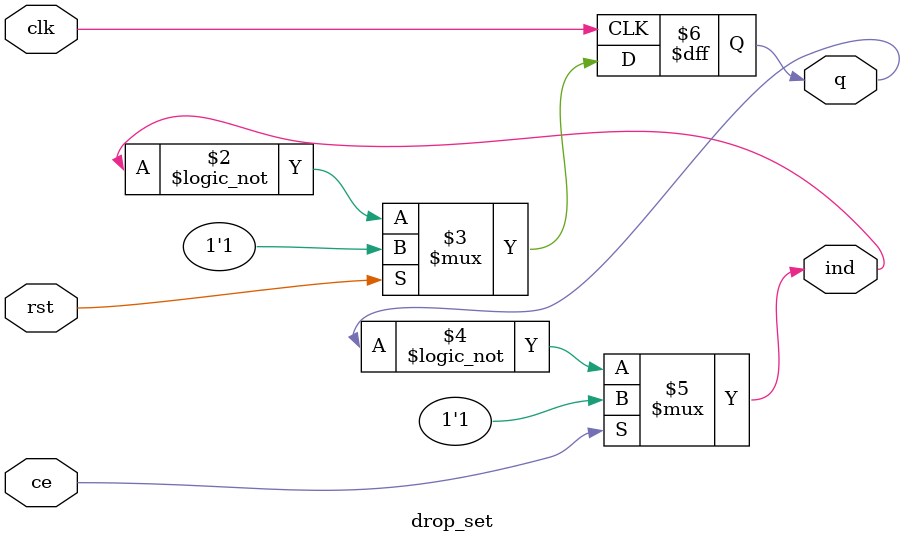
<source format=sv>
module drop_set (
    input  logic clk,
    input  logic ce,
    input  logic rst,
    output logic ind,
    output logic q
);

  always_ff @(posedge clk) begin
    q <= rst ? 1'b1 : !ind;
  end

  assign ind = ce ? 1'b1 : !q;

endmodule

</source>
